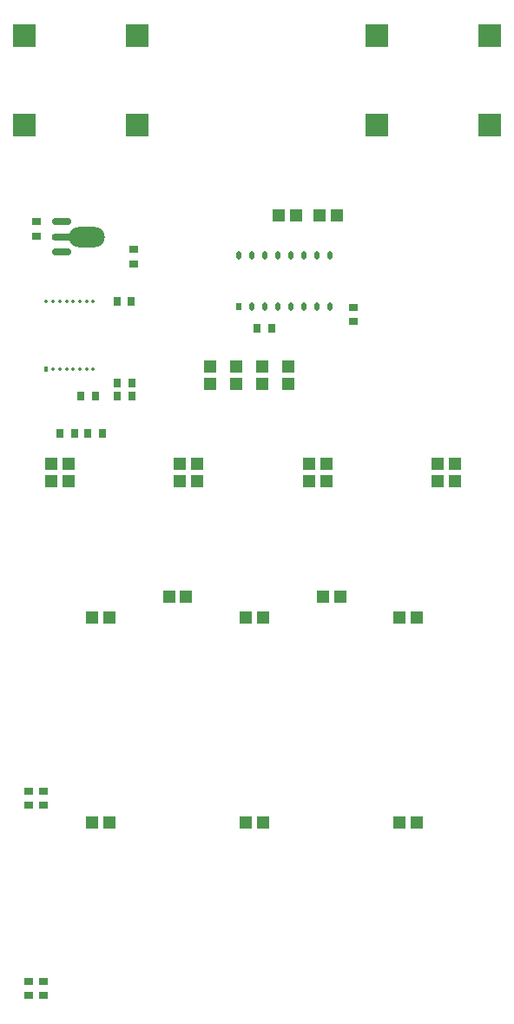
<source format=gtp>
G04*
G04 #@! TF.GenerationSoftware,Altium Limited,Altium Designer,19.0.10 (269)*
G04*
G04 Layer_Color=8421504*
%FSLAX25Y25*%
%MOIN*%
G70*
G01*
G75*
%ADD11R,0.05000X0.05000*%
%ADD12R,0.03543X0.03150*%
%ADD13R,0.05000X0.05000*%
%ADD14R,0.01181X0.01968*%
%ADD15O,0.01181X0.01968*%
%ADD16O,0.13780X0.07874*%
%ADD17O,0.08268X0.02756*%
%ADD18O,0.07480X0.02756*%
%ADD19R,0.03150X0.03543*%
%ADD20R,0.09055X0.09055*%
%ADD21O,0.01890X0.03150*%
%ADD22R,0.01890X0.03150*%
D11*
X112100Y288900D02*
D03*
X118700D02*
D03*
X96500D02*
D03*
X103100D02*
D03*
X15830Y186792D02*
D03*
X9230D02*
D03*
X65263D02*
D03*
X58663D02*
D03*
X114697D02*
D03*
X108097D02*
D03*
X164130D02*
D03*
X157530D02*
D03*
Y193743D02*
D03*
X164130D02*
D03*
X108097D02*
D03*
X114697D02*
D03*
X58663D02*
D03*
X65263D02*
D03*
X9230D02*
D03*
X15830D02*
D03*
X142980Y134687D02*
D03*
X149580D02*
D03*
X83925D02*
D03*
X90525D02*
D03*
X24870D02*
D03*
X31470D02*
D03*
X142980Y55947D02*
D03*
X149580D02*
D03*
X83925D02*
D03*
X90525D02*
D03*
X24870D02*
D03*
X31470D02*
D03*
X120053Y142561D02*
D03*
X113453D02*
D03*
X54398D02*
D03*
X60998D02*
D03*
D12*
X6325Y62536D02*
D03*
Y68048D02*
D03*
X525Y62536D02*
D03*
Y68048D02*
D03*
X6325Y-10464D02*
D03*
Y-4952D02*
D03*
X525Y-10464D02*
D03*
Y-4952D02*
D03*
X3425Y286448D02*
D03*
Y280936D02*
D03*
X40925Y275904D02*
D03*
Y270392D02*
D03*
X125014Y253748D02*
D03*
Y248236D02*
D03*
D13*
X70325Y230892D02*
D03*
Y224292D02*
D03*
X80225Y230892D02*
D03*
Y224292D02*
D03*
X90125Y230892D02*
D03*
Y224292D02*
D03*
X100025Y230892D02*
D03*
Y224292D02*
D03*
D14*
X7330Y229792D02*
D03*
D15*
X9889D02*
D03*
X12448D02*
D03*
X15007D02*
D03*
X17566D02*
D03*
X20125D02*
D03*
X22684D02*
D03*
X25243D02*
D03*
X7330Y255776D02*
D03*
X9889D02*
D03*
X12448D02*
D03*
X15007D02*
D03*
X17566D02*
D03*
X20125D02*
D03*
X22684D02*
D03*
X25243D02*
D03*
D16*
X22925Y280692D02*
D03*
D17*
X13475Y280692D02*
D03*
D18*
X13085Y274782D02*
D03*
Y286602D02*
D03*
D19*
X26037Y219492D02*
D03*
X20525D02*
D03*
X34469Y255792D02*
D03*
X39981D02*
D03*
X34569Y219492D02*
D03*
X40081D02*
D03*
X23325Y205392D02*
D03*
X28837D02*
D03*
X40081Y224492D02*
D03*
X34569D02*
D03*
X18081Y205392D02*
D03*
X12569D02*
D03*
X93681Y245492D02*
D03*
X88169D02*
D03*
D20*
X-1275Y323643D02*
D03*
X42032D02*
D03*
Y357895D02*
D03*
X-1275D02*
D03*
X134218Y323643D02*
D03*
X177525D02*
D03*
Y357895D02*
D03*
X134218D02*
D03*
D21*
X116025Y273677D02*
D03*
X111025D02*
D03*
X106025D02*
D03*
X101025D02*
D03*
X96025D02*
D03*
X91025D02*
D03*
X86025D02*
D03*
X81025D02*
D03*
X116025Y253992D02*
D03*
X111025D02*
D03*
X106025D02*
D03*
X101025D02*
D03*
X96025D02*
D03*
X91025D02*
D03*
X86025D02*
D03*
D22*
X81025D02*
D03*
M02*

</source>
